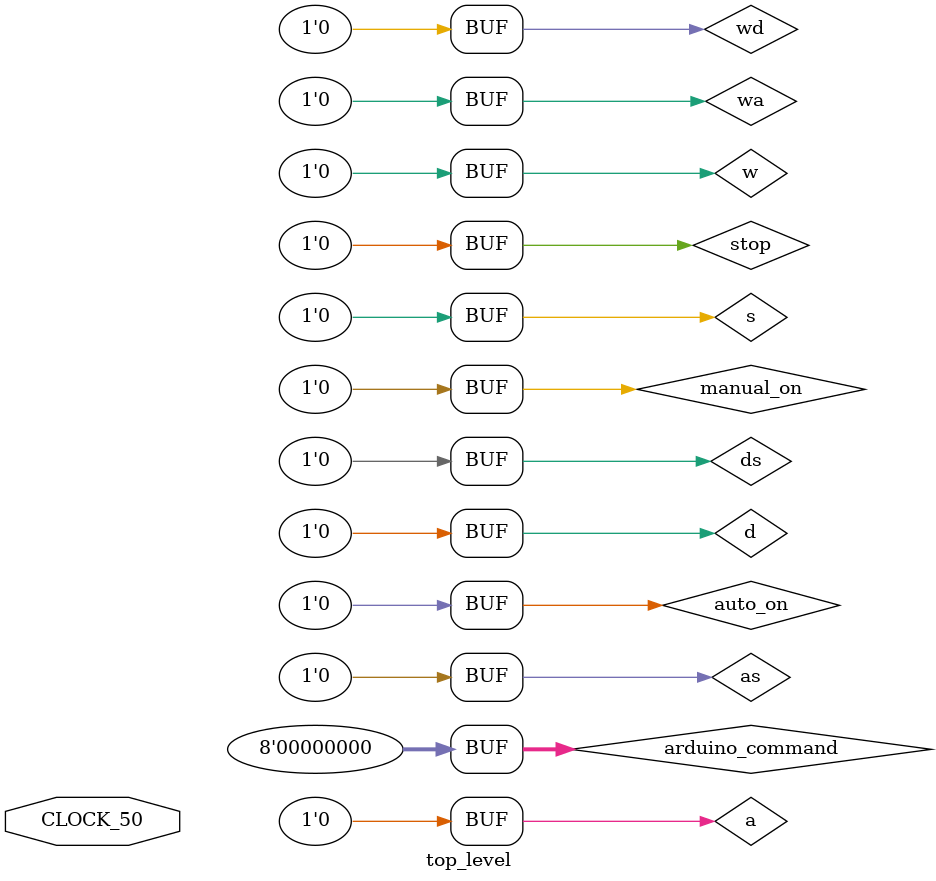
<source format=sv>
module top_level(
    input CLOCK_50
);

logic [7:0] arduino_command = 8'b00000000; 
logic manual_on = 0, auto_on = 0;
logic w = 0, s = 0, a = 0, d = 0, wa = 0, wd = 0, as = 0, ds = 0, stop = 0;

mode_select mode_select_u0(
    .clk(CLOCK_50),
    .arduino_command(arduino_command),
    .manual_on(manual_on),
    .auto_on(auto_on)
);

manual_mode manual_mode_u0(
    .clk(CLOCK_50),
    .arduino_command(arduino_command),
    .manual_on(manual_on),
    .w(w),
    .s(s),
    .a(a),
    .d(d),
    .wa(wa),
    .wd(wd),
    .as(as),
    .ds(ds),
    .stop(stop)
);
    
endmodule
</source>
